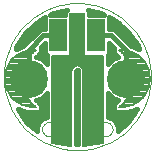
<source format=gtl>
G75*
%MOIN*%
%OFA0B0*%
%FSLAX24Y24*%
%IPPOS*%
%LPD*%
%AMOC8*
5,1,8,0,0,1.08239X$1,22.5*
%
%ADD10C,0.0000*%
%ADD11C,0.0010*%
%ADD12C,0.1266*%
%ADD13C,0.0080*%
%ADD14R,0.0318X0.0318*%
%ADD15R,0.0600X0.1102*%
%ADD16C,0.0050*%
%ADD17C,0.0160*%
D10*
X001396Y001875D02*
X001398Y001905D01*
X001404Y001935D01*
X001413Y001964D01*
X001426Y001991D01*
X001443Y002016D01*
X001462Y002039D01*
X001485Y002060D01*
X001510Y002077D01*
X001536Y002091D01*
X001565Y002101D01*
X001594Y002108D01*
X001624Y002111D01*
X001655Y002110D01*
X001685Y002105D01*
X001714Y002096D01*
X001741Y002084D01*
X001767Y002069D01*
X001791Y002050D01*
X001812Y002028D01*
X001830Y002004D01*
X001845Y001977D01*
X001856Y001949D01*
X001864Y001920D01*
X001868Y001890D01*
X001868Y001860D01*
X001864Y001830D01*
X001856Y001801D01*
X001845Y001773D01*
X001830Y001746D01*
X001812Y001722D01*
X001791Y001700D01*
X001767Y001681D01*
X001741Y001666D01*
X001714Y001654D01*
X001685Y001645D01*
X001655Y001640D01*
X001624Y001639D01*
X001594Y001642D01*
X001565Y001649D01*
X001536Y001659D01*
X001510Y001673D01*
X001485Y001690D01*
X001462Y001711D01*
X001443Y001734D01*
X001426Y001759D01*
X001413Y001786D01*
X001404Y001815D01*
X001398Y001845D01*
X001396Y001875D01*
X003271Y001875D02*
X003273Y001905D01*
X003279Y001935D01*
X003288Y001964D01*
X003301Y001991D01*
X003318Y002016D01*
X003337Y002039D01*
X003360Y002060D01*
X003385Y002077D01*
X003411Y002091D01*
X003440Y002101D01*
X003469Y002108D01*
X003499Y002111D01*
X003530Y002110D01*
X003560Y002105D01*
X003589Y002096D01*
X003616Y002084D01*
X003642Y002069D01*
X003666Y002050D01*
X003687Y002028D01*
X003705Y002004D01*
X003720Y001977D01*
X003731Y001949D01*
X003739Y001920D01*
X003743Y001890D01*
X003743Y001860D01*
X003739Y001830D01*
X003731Y001801D01*
X003720Y001773D01*
X003705Y001746D01*
X003687Y001722D01*
X003666Y001700D01*
X003642Y001681D01*
X003616Y001666D01*
X003589Y001654D01*
X003560Y001645D01*
X003530Y001640D01*
X003499Y001639D01*
X003469Y001642D01*
X003440Y001649D01*
X003411Y001659D01*
X003385Y001673D01*
X003360Y001690D01*
X003337Y001711D01*
X003318Y001734D01*
X003301Y001759D01*
X003288Y001786D01*
X003279Y001815D01*
X003273Y001845D01*
X003271Y001875D01*
D11*
X000119Y003625D02*
X000121Y003724D01*
X000127Y003822D01*
X000137Y003920D01*
X000151Y004018D01*
X000169Y004115D01*
X000190Y004211D01*
X000216Y004307D01*
X000245Y004401D01*
X000278Y004494D01*
X000315Y004585D01*
X000356Y004675D01*
X000400Y004764D01*
X000447Y004850D01*
X000498Y004934D01*
X000553Y005017D01*
X000610Y005097D01*
X000671Y005174D01*
X000735Y005250D01*
X000802Y005322D01*
X000872Y005392D01*
X000944Y005459D01*
X001020Y005523D01*
X001097Y005584D01*
X001177Y005641D01*
X001260Y005696D01*
X001344Y005747D01*
X001430Y005794D01*
X001519Y005838D01*
X001609Y005879D01*
X001700Y005916D01*
X001793Y005949D01*
X001887Y005978D01*
X001983Y006004D01*
X002079Y006025D01*
X002176Y006043D01*
X002274Y006057D01*
X002372Y006067D01*
X002470Y006073D01*
X002569Y006075D01*
X002668Y006073D01*
X002766Y006067D01*
X002864Y006057D01*
X002962Y006043D01*
X003059Y006025D01*
X003155Y006004D01*
X003251Y005978D01*
X003345Y005949D01*
X003438Y005916D01*
X003529Y005879D01*
X003619Y005838D01*
X003708Y005794D01*
X003794Y005747D01*
X003878Y005696D01*
X003961Y005641D01*
X004041Y005584D01*
X004118Y005523D01*
X004194Y005459D01*
X004266Y005392D01*
X004336Y005322D01*
X004403Y005250D01*
X004467Y005174D01*
X004528Y005097D01*
X004585Y005017D01*
X004640Y004934D01*
X004691Y004850D01*
X004738Y004764D01*
X004782Y004675D01*
X004823Y004585D01*
X004860Y004494D01*
X004893Y004401D01*
X004922Y004307D01*
X004948Y004211D01*
X004969Y004115D01*
X004987Y004018D01*
X005001Y003920D01*
X005011Y003822D01*
X005017Y003724D01*
X005019Y003625D01*
X005017Y003526D01*
X005011Y003428D01*
X005001Y003330D01*
X004987Y003232D01*
X004969Y003135D01*
X004948Y003039D01*
X004922Y002943D01*
X004893Y002849D01*
X004860Y002756D01*
X004823Y002665D01*
X004782Y002575D01*
X004738Y002486D01*
X004691Y002400D01*
X004640Y002316D01*
X004585Y002233D01*
X004528Y002153D01*
X004467Y002076D01*
X004403Y002000D01*
X004336Y001928D01*
X004266Y001858D01*
X004194Y001791D01*
X004118Y001727D01*
X004041Y001666D01*
X003961Y001609D01*
X003878Y001554D01*
X003794Y001503D01*
X003708Y001456D01*
X003619Y001412D01*
X003529Y001371D01*
X003438Y001334D01*
X003345Y001301D01*
X003251Y001272D01*
X003155Y001246D01*
X003059Y001225D01*
X002962Y001207D01*
X002864Y001193D01*
X002766Y001183D01*
X002668Y001177D01*
X002569Y001175D01*
X002470Y001177D01*
X002372Y001183D01*
X002274Y001193D01*
X002176Y001207D01*
X002079Y001225D01*
X001983Y001246D01*
X001887Y001272D01*
X001793Y001301D01*
X001700Y001334D01*
X001609Y001371D01*
X001519Y001412D01*
X001430Y001456D01*
X001344Y001503D01*
X001260Y001554D01*
X001177Y001609D01*
X001097Y001666D01*
X001020Y001727D01*
X000944Y001791D01*
X000872Y001858D01*
X000802Y001928D01*
X000735Y002000D01*
X000671Y002076D01*
X000610Y002153D01*
X000553Y002233D01*
X000498Y002316D01*
X000447Y002400D01*
X000400Y002486D01*
X000356Y002575D01*
X000315Y002665D01*
X000278Y002756D01*
X000245Y002849D01*
X000216Y002943D01*
X000190Y003039D01*
X000169Y003135D01*
X000151Y003232D01*
X000137Y003330D01*
X000127Y003428D01*
X000121Y003526D01*
X000119Y003625D01*
D12*
X000944Y003562D03*
X004194Y003562D03*
D13*
X004428Y003558D02*
X004982Y003558D01*
X004982Y003562D02*
X004974Y003705D01*
X004944Y003845D01*
X004893Y003978D01*
X004822Y004102D01*
X004733Y004214D01*
X004628Y004311D01*
X004509Y004391D01*
X004380Y004451D01*
X004243Y004492D01*
X004101Y004510D01*
X003958Y004507D01*
X004085Y004397D01*
X004196Y004270D01*
X004287Y004128D01*
X004356Y003975D01*
X004404Y003813D01*
X004428Y003646D01*
X004428Y003478D01*
X004404Y003311D01*
X004356Y003150D01*
X004287Y002997D01*
X004196Y002855D01*
X004085Y002728D01*
X003958Y002617D01*
X004101Y002614D01*
X004243Y002633D01*
X004380Y002673D01*
X004509Y002734D01*
X004628Y002814D01*
X004733Y002911D01*
X004822Y003022D01*
X004893Y003146D01*
X004944Y003280D01*
X004974Y003420D01*
X004982Y003562D01*
X004977Y003480D02*
X004428Y003480D01*
X004417Y003401D02*
X004970Y003401D01*
X004953Y003323D02*
X004405Y003323D01*
X004384Y003244D02*
X004930Y003244D01*
X004900Y003166D02*
X004361Y003166D01*
X004328Y003087D02*
X004859Y003087D01*
X004811Y003009D02*
X004292Y003009D01*
X004244Y002930D02*
X004749Y002930D01*
X004669Y002852D02*
X004193Y002852D01*
X004125Y002773D02*
X004568Y002773D01*
X004426Y002695D02*
X004047Y002695D01*
X004009Y002616D02*
X004116Y002616D01*
X004428Y003637D02*
X004978Y003637D01*
X004971Y003715D02*
X004418Y003715D01*
X004407Y003794D02*
X004955Y003794D01*
X004933Y003872D02*
X004386Y003872D01*
X004363Y003951D02*
X004903Y003951D01*
X004863Y004029D02*
X004331Y004029D01*
X004296Y004108D02*
X004817Y004108D01*
X004755Y004186D02*
X004249Y004186D01*
X004199Y004265D02*
X004678Y004265D01*
X004580Y004343D02*
X004132Y004343D01*
X004057Y004422D02*
X004443Y004422D01*
X004177Y004500D02*
X003966Y004500D01*
X001181Y004507D02*
X001054Y004397D01*
X000943Y004270D01*
X000852Y004128D01*
X000783Y003975D01*
X000735Y003813D01*
X000711Y003646D01*
X000711Y003478D01*
X000735Y003311D01*
X000783Y003150D01*
X000852Y002997D01*
X000943Y002855D01*
X001054Y002728D01*
X001181Y002617D01*
X001038Y002614D01*
X000896Y002633D01*
X000759Y002673D01*
X000630Y002734D01*
X000511Y002814D01*
X000406Y002911D01*
X000317Y003022D01*
X000246Y003146D01*
X000195Y003280D01*
X000165Y003420D01*
X000157Y003562D01*
X000165Y003705D01*
X000195Y003845D01*
X000246Y003978D01*
X000317Y004102D01*
X000406Y004214D01*
X000511Y004311D01*
X000630Y004391D01*
X000759Y004451D01*
X000896Y004492D01*
X001038Y004510D01*
X001181Y004507D01*
X001173Y004500D02*
X000962Y004500D01*
X001082Y004422D02*
X000696Y004422D01*
X000559Y004343D02*
X001007Y004343D01*
X000940Y004265D02*
X000461Y004265D01*
X000384Y004186D02*
X000890Y004186D01*
X000843Y004108D02*
X000322Y004108D01*
X000276Y004029D02*
X000808Y004029D01*
X000776Y003951D02*
X000236Y003951D01*
X000206Y003872D02*
X000753Y003872D01*
X000732Y003794D02*
X000184Y003794D01*
X000168Y003715D02*
X000721Y003715D01*
X000711Y003637D02*
X000161Y003637D01*
X000157Y003558D02*
X000711Y003558D01*
X000711Y003480D02*
X000162Y003480D01*
X000169Y003401D02*
X000722Y003401D01*
X000734Y003323D02*
X000186Y003323D01*
X000209Y003244D02*
X000755Y003244D01*
X000778Y003166D02*
X000239Y003166D01*
X000280Y003087D02*
X000811Y003087D01*
X000847Y003009D02*
X000328Y003009D01*
X000390Y002930D02*
X000895Y002930D01*
X000946Y002852D02*
X000470Y002852D01*
X000571Y002773D02*
X001014Y002773D01*
X001092Y002695D02*
X000713Y002695D01*
X001023Y002616D02*
X001130Y002616D01*
D14*
X002471Y004409D03*
X002471Y004606D03*
X002471Y004803D03*
X002471Y005000D03*
X002471Y005197D03*
X002471Y005394D03*
X002471Y005590D03*
X002668Y005590D03*
X002668Y005394D03*
X002668Y005197D03*
X002668Y005000D03*
X002668Y004803D03*
X002668Y004606D03*
X002668Y004409D03*
D15*
X003199Y005000D03*
X001939Y005000D03*
D16*
X002394Y005005D02*
X002744Y005005D01*
X002744Y005053D02*
X002394Y005053D01*
X002394Y005102D02*
X002744Y005102D01*
X002744Y005150D02*
X002394Y005150D01*
X002394Y005199D02*
X002744Y005199D01*
X002744Y005247D02*
X002394Y005247D01*
X002394Y005296D02*
X002744Y005296D01*
X002744Y005344D02*
X002394Y005344D01*
X002394Y005393D02*
X002744Y005393D01*
X002744Y005441D02*
X002394Y005441D01*
X002394Y005490D02*
X002744Y005490D01*
X002744Y005538D02*
X002394Y005538D01*
X002394Y005587D02*
X002744Y005587D01*
X002744Y005635D02*
X002394Y005635D01*
X002394Y005675D02*
X002394Y004300D01*
X001719Y004300D01*
X001719Y001425D01*
X002369Y001300D01*
X002369Y003800D01*
X002375Y003844D01*
X002389Y003887D01*
X002413Y003925D01*
X002445Y003956D01*
X002483Y003980D01*
X002525Y003995D01*
X002569Y004000D01*
X002614Y003995D01*
X002656Y003980D01*
X002694Y003956D01*
X002726Y003925D01*
X002750Y003887D01*
X002764Y003844D01*
X002769Y003800D01*
X002769Y001300D01*
X003419Y001425D01*
X003419Y004300D01*
X002744Y004300D01*
X002744Y005675D01*
X002394Y005675D01*
X002394Y004956D02*
X002744Y004956D01*
X002744Y004908D02*
X002394Y004908D01*
X002394Y004859D02*
X002744Y004859D01*
X002744Y004811D02*
X002394Y004811D01*
X002394Y004762D02*
X002744Y004762D01*
X002744Y004714D02*
X002394Y004714D01*
X002394Y004665D02*
X002744Y004665D01*
X002744Y004617D02*
X002394Y004617D01*
X002394Y004568D02*
X002744Y004568D01*
X002744Y004520D02*
X002394Y004520D01*
X002394Y004471D02*
X002744Y004471D01*
X002744Y004423D02*
X002394Y004423D01*
X002394Y004374D02*
X002744Y004374D01*
X002744Y004326D02*
X002394Y004326D01*
X002501Y003986D02*
X001719Y003986D01*
X001719Y003938D02*
X002426Y003938D01*
X002391Y003889D02*
X001719Y003889D01*
X001719Y003841D02*
X002374Y003841D01*
X002369Y003792D02*
X001719Y003792D01*
X001719Y003744D02*
X002369Y003744D01*
X002369Y003695D02*
X001719Y003695D01*
X001719Y003647D02*
X002369Y003647D01*
X002369Y003598D02*
X001719Y003598D01*
X001719Y003550D02*
X002369Y003550D01*
X002369Y003501D02*
X001719Y003501D01*
X001719Y003453D02*
X002369Y003453D01*
X002369Y003404D02*
X001719Y003404D01*
X001719Y003356D02*
X002369Y003356D01*
X002369Y003307D02*
X001719Y003307D01*
X001719Y003259D02*
X002369Y003259D01*
X002369Y003210D02*
X001719Y003210D01*
X001719Y003162D02*
X002369Y003162D01*
X002369Y003113D02*
X001719Y003113D01*
X001719Y003065D02*
X002369Y003065D01*
X002369Y003016D02*
X001719Y003016D01*
X001719Y002968D02*
X002369Y002968D01*
X002369Y002919D02*
X001719Y002919D01*
X001719Y002871D02*
X002369Y002871D01*
X002369Y002822D02*
X001719Y002822D01*
X001719Y002774D02*
X002369Y002774D01*
X002369Y002725D02*
X001719Y002725D01*
X001719Y002677D02*
X002369Y002677D01*
X002369Y002628D02*
X001719Y002628D01*
X001719Y002580D02*
X002369Y002580D01*
X002369Y002531D02*
X001719Y002531D01*
X001719Y002483D02*
X002369Y002483D01*
X002369Y002434D02*
X001719Y002434D01*
X001719Y002386D02*
X002369Y002386D01*
X002369Y002337D02*
X001719Y002337D01*
X001719Y002289D02*
X002369Y002289D01*
X002369Y002240D02*
X001719Y002240D01*
X001719Y002192D02*
X002369Y002192D01*
X002369Y002143D02*
X001719Y002143D01*
X001719Y002095D02*
X002369Y002095D01*
X002369Y002046D02*
X001719Y002046D01*
X001719Y001998D02*
X002369Y001998D01*
X002369Y001949D02*
X001719Y001949D01*
X001719Y001901D02*
X002369Y001901D01*
X002369Y001852D02*
X001719Y001852D01*
X001719Y001804D02*
X002369Y001804D01*
X002369Y001755D02*
X001719Y001755D01*
X001719Y001707D02*
X002369Y001707D01*
X002369Y001658D02*
X001719Y001658D01*
X001719Y001610D02*
X002369Y001610D01*
X002369Y001561D02*
X001719Y001561D01*
X001719Y001513D02*
X002369Y001513D01*
X002369Y001464D02*
X001719Y001464D01*
X001766Y001416D02*
X002369Y001416D01*
X002369Y001367D02*
X002018Y001367D01*
X002271Y001319D02*
X002369Y001319D01*
X002769Y001319D02*
X002868Y001319D01*
X002769Y001367D02*
X003121Y001367D01*
X003373Y001416D02*
X002769Y001416D01*
X002769Y001464D02*
X003419Y001464D01*
X003419Y001513D02*
X002769Y001513D01*
X002769Y001561D02*
X003419Y001561D01*
X003419Y001610D02*
X002769Y001610D01*
X002769Y001658D02*
X003419Y001658D01*
X003419Y001707D02*
X002769Y001707D01*
X002769Y001755D02*
X003419Y001755D01*
X003419Y001804D02*
X002769Y001804D01*
X002769Y001852D02*
X003419Y001852D01*
X003419Y001901D02*
X002769Y001901D01*
X002769Y001949D02*
X003419Y001949D01*
X003419Y001998D02*
X002769Y001998D01*
X002769Y002046D02*
X003419Y002046D01*
X003419Y002095D02*
X002769Y002095D01*
X002769Y002143D02*
X003419Y002143D01*
X003419Y002192D02*
X002769Y002192D01*
X002769Y002240D02*
X003419Y002240D01*
X003419Y002289D02*
X002769Y002289D01*
X002769Y002337D02*
X003419Y002337D01*
X003419Y002386D02*
X002769Y002386D01*
X002769Y002434D02*
X003419Y002434D01*
X003419Y002483D02*
X002769Y002483D01*
X002769Y002531D02*
X003419Y002531D01*
X003419Y002580D02*
X002769Y002580D01*
X002769Y002628D02*
X003419Y002628D01*
X003419Y002677D02*
X002769Y002677D01*
X002769Y002725D02*
X003419Y002725D01*
X003419Y002774D02*
X002769Y002774D01*
X002769Y002822D02*
X003419Y002822D01*
X003419Y002871D02*
X002769Y002871D01*
X002769Y002919D02*
X003419Y002919D01*
X003419Y002968D02*
X002769Y002968D01*
X002769Y003016D02*
X003419Y003016D01*
X003419Y003065D02*
X002769Y003065D01*
X002769Y003113D02*
X003419Y003113D01*
X003419Y003162D02*
X002769Y003162D01*
X002769Y003210D02*
X003419Y003210D01*
X003419Y003259D02*
X002769Y003259D01*
X002769Y003307D02*
X003419Y003307D01*
X003419Y003356D02*
X002769Y003356D01*
X002769Y003404D02*
X003419Y003404D01*
X003419Y003453D02*
X002769Y003453D01*
X002769Y003501D02*
X003419Y003501D01*
X003419Y003550D02*
X002769Y003550D01*
X002769Y003598D02*
X003419Y003598D01*
X003419Y003647D02*
X002769Y003647D01*
X002769Y003695D02*
X003419Y003695D01*
X003419Y003744D02*
X002769Y003744D01*
X002769Y003792D02*
X003419Y003792D01*
X003419Y003841D02*
X002765Y003841D01*
X002748Y003889D02*
X003419Y003889D01*
X003419Y003938D02*
X002713Y003938D01*
X002638Y003986D02*
X003419Y003986D01*
X003419Y004035D02*
X001719Y004035D01*
X001719Y004083D02*
X003419Y004083D01*
X003419Y004132D02*
X001719Y004132D01*
X001719Y004180D02*
X003419Y004180D01*
X003419Y004229D02*
X001719Y004229D01*
X001719Y004277D02*
X003419Y004277D01*
D17*
X001216Y001820D02*
X000874Y002123D01*
X000578Y002552D01*
X000591Y002543D01*
X000607Y002546D01*
X000629Y002535D01*
X000637Y002521D01*
X000695Y002504D01*
X000750Y002479D01*
X000765Y002484D01*
X000789Y002477D01*
X000799Y002464D01*
X000859Y002456D01*
X000917Y002439D01*
X000931Y002447D01*
X000956Y002444D01*
X000967Y002433D01*
X001028Y002434D01*
X001088Y002426D01*
X001101Y002436D01*
X001115Y002436D01*
X001119Y002433D01*
X001189Y002438D01*
X001259Y002439D01*
X001263Y002443D01*
X001268Y002443D01*
X001314Y002496D01*
X001362Y002547D01*
X001362Y002552D01*
X001366Y002556D01*
X001361Y002626D01*
X001359Y002696D01*
X001355Y002699D01*
X001355Y002704D01*
X001302Y002750D01*
X001251Y002799D01*
X001246Y002799D01*
X001206Y002834D01*
X001382Y002907D01*
X001554Y003079D01*
X001554Y002291D01*
X001549Y002291D01*
X001396Y002228D01*
X001279Y002111D01*
X001216Y001958D01*
X001216Y001820D01*
X001216Y001917D02*
X001106Y001917D01*
X001265Y002076D02*
X000927Y002076D01*
X000797Y002234D02*
X001412Y002234D01*
X001554Y002393D02*
X000688Y002393D01*
X000579Y002551D02*
X000578Y002551D01*
X001289Y002868D02*
X001554Y002868D01*
X001554Y002710D02*
X001349Y002710D01*
X001362Y002551D02*
X001554Y002551D01*
X001554Y003027D02*
X001502Y003027D01*
X000944Y003562D02*
X000944Y004512D01*
X001433Y005000D01*
X001939Y005000D01*
X001499Y005220D02*
X001342Y005220D01*
X000853Y004732D01*
X000853Y004732D01*
X000763Y004641D01*
X000750Y004646D01*
X000695Y004620D01*
X000637Y004603D01*
X000629Y004589D01*
X000607Y004579D01*
X000591Y004582D01*
X000541Y004548D01*
X000509Y004533D01*
X000564Y004677D01*
X000874Y005127D01*
X001283Y005489D01*
X001499Y005603D01*
X001499Y005220D01*
X001499Y005246D02*
X001008Y005246D01*
X000847Y005087D02*
X001209Y005087D01*
X001051Y004929D02*
X000737Y004929D01*
X000628Y004770D02*
X000892Y004770D01*
X000666Y004612D02*
X000539Y004612D01*
X001187Y005404D02*
X001499Y005404D01*
X001499Y005563D02*
X001424Y005563D01*
X001668Y005691D02*
X001766Y005743D01*
X002219Y005854D01*
X002172Y005807D01*
X002172Y005691D01*
X001668Y005691D01*
X001726Y005721D02*
X002172Y005721D01*
X002920Y005854D02*
X003373Y005743D01*
X003471Y005691D01*
X002967Y005691D01*
X002967Y005807D01*
X002920Y005854D01*
X002967Y005721D02*
X003413Y005721D01*
X003639Y005603D02*
X003856Y005489D01*
X004265Y005127D01*
X004575Y004677D01*
X004630Y004533D01*
X004598Y004548D01*
X004548Y004582D01*
X004532Y004579D01*
X004510Y004589D01*
X004502Y004603D01*
X004444Y004620D01*
X004389Y004646D01*
X004374Y004641D01*
X004361Y004645D01*
X003786Y005220D01*
X003639Y005220D01*
X003639Y005603D01*
X003639Y005563D02*
X003715Y005563D01*
X003639Y005404D02*
X003952Y005404D01*
X004131Y005246D02*
X003639Y005246D01*
X003694Y005000D02*
X004194Y004500D01*
X004194Y003562D01*
X003933Y002834D02*
X003757Y002907D01*
X003584Y003079D01*
X003584Y002291D01*
X003590Y002291D01*
X003743Y002228D01*
X003860Y002111D01*
X003923Y001958D01*
X003923Y001820D01*
X004265Y002123D01*
X004561Y002552D01*
X004548Y002543D01*
X004532Y002546D01*
X004510Y002535D01*
X004502Y002521D01*
X004444Y002504D01*
X004389Y002479D01*
X004374Y002484D01*
X004350Y002477D01*
X004340Y002464D01*
X004280Y002456D01*
X004222Y002439D01*
X004208Y002447D01*
X004183Y002444D01*
X004172Y002433D01*
X004111Y002434D01*
X004051Y002426D01*
X004038Y002436D01*
X004024Y002436D01*
X004020Y002433D01*
X003950Y002438D01*
X003880Y002439D01*
X003876Y002443D01*
X003871Y002443D01*
X003825Y002496D01*
X003777Y002547D01*
X003777Y002552D01*
X003773Y002556D01*
X003778Y002626D01*
X003780Y002696D01*
X003784Y002699D01*
X003784Y002704D01*
X003837Y002750D01*
X003888Y002799D01*
X003893Y002799D01*
X003933Y002834D01*
X003850Y002868D02*
X003584Y002868D01*
X003584Y002710D02*
X003790Y002710D01*
X003777Y002551D02*
X003584Y002551D01*
X003584Y002393D02*
X004451Y002393D01*
X004560Y002551D02*
X004561Y002551D01*
X004342Y002234D02*
X003727Y002234D01*
X003874Y002076D02*
X004212Y002076D01*
X004033Y001917D02*
X003923Y001917D01*
X003637Y003027D02*
X003584Y003027D01*
X003584Y004046D02*
X003584Y004336D01*
X003639Y004391D01*
X003639Y004744D01*
X003791Y004592D01*
X003777Y004578D01*
X003777Y004573D01*
X003773Y004569D01*
X003778Y004499D01*
X003780Y004429D01*
X003784Y004425D01*
X003784Y004420D01*
X003837Y004374D01*
X003888Y004326D01*
X003893Y004326D01*
X003933Y004291D01*
X003757Y004218D01*
X003584Y004046D01*
X003584Y004136D02*
X003675Y004136D01*
X003584Y004295D02*
X003928Y004295D01*
X003779Y004453D02*
X003639Y004453D01*
X003639Y004612D02*
X003771Y004612D01*
X003694Y005000D02*
X003199Y005000D01*
X003918Y005087D02*
X004292Y005087D01*
X004402Y004929D02*
X004077Y004929D01*
X004235Y004770D02*
X004511Y004770D01*
X004473Y004612D02*
X004600Y004612D01*
X002600Y003815D02*
X002603Y003807D01*
X002604Y003791D01*
X002604Y001376D01*
X002534Y001376D01*
X002534Y003791D01*
X002536Y003807D01*
X002539Y003815D01*
X002543Y003821D01*
X002548Y003826D01*
X002555Y003830D01*
X002562Y003833D01*
X002569Y003834D01*
X002577Y003833D01*
X002584Y003830D01*
X002591Y003826D01*
X002596Y003821D01*
X002600Y003815D01*
X002597Y003819D02*
X002542Y003819D01*
X002534Y003661D02*
X002604Y003661D01*
X002604Y003502D02*
X002534Y003502D01*
X002534Y003344D02*
X002604Y003344D01*
X002604Y003185D02*
X002534Y003185D01*
X002534Y003027D02*
X002604Y003027D01*
X002604Y002868D02*
X002534Y002868D01*
X002534Y002710D02*
X002604Y002710D01*
X002604Y002551D02*
X002534Y002551D01*
X002534Y002393D02*
X002604Y002393D01*
X002604Y002234D02*
X002534Y002234D01*
X002534Y002076D02*
X002604Y002076D01*
X002604Y001917D02*
X002534Y001917D01*
X002534Y001759D02*
X002604Y001759D01*
X002604Y001600D02*
X002534Y001600D01*
X002534Y001442D02*
X002604Y001442D01*
X001554Y004046D02*
X001382Y004218D01*
X001206Y004291D01*
X001246Y004326D01*
X001251Y004326D01*
X001302Y004374D01*
X001355Y004420D01*
X001355Y004425D01*
X001359Y004429D01*
X001361Y004499D01*
X001366Y004569D01*
X001362Y004573D01*
X001362Y004578D01*
X001342Y004598D01*
X001499Y004755D01*
X001499Y004391D01*
X001554Y004336D01*
X001554Y004231D01*
X001554Y004046D01*
X001554Y004136D02*
X001464Y004136D01*
X001554Y004295D02*
X001211Y004295D01*
X001360Y004453D02*
X001499Y004453D01*
X001499Y004612D02*
X001356Y004612D01*
M02*

</source>
